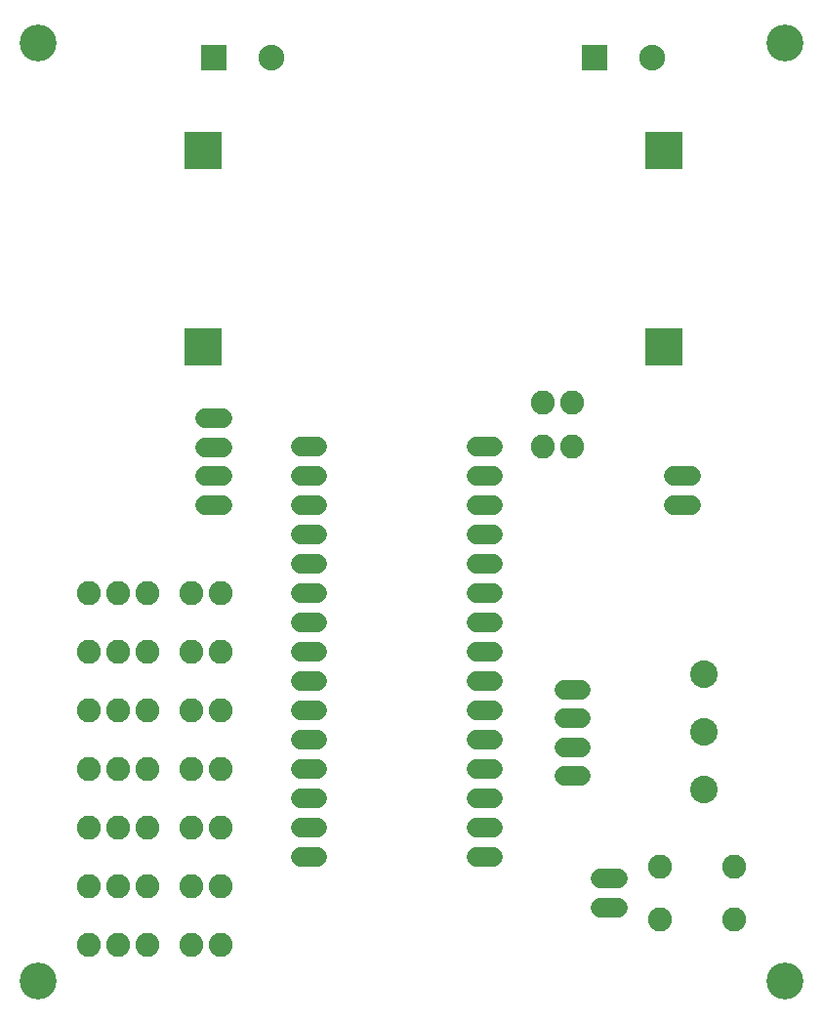
<source format=gbr>
G04 EAGLE Gerber X2 export*
%TF.Part,Single*%
%TF.FileFunction,Soldermask,Top,1*%
%TF.FilePolarity,Negative*%
%TF.GenerationSoftware,Autodesk,EAGLE,8.6.3*%
%TF.CreationDate,2018-11-13T19:06:48Z*%
G75*
%MOMM*%
%FSLAX34Y34*%
%LPD*%
%AMOC8*
5,1,8,0,0,1.08239X$1,22.5*%
G01*
%ADD10C,3.203200*%
%ADD11C,1.711200*%
%ADD12C,2.082800*%
%ADD13R,2.235200X2.235200*%
%ADD14C,2.235200*%
%ADD15R,3.203200X3.203200*%
%ADD16C,2.387600*%


D10*
X38100Y38100D03*
X685800Y38100D03*
X685800Y850900D03*
X38100Y850900D03*
D11*
X265510Y323850D02*
X280590Y323850D01*
X417910Y323850D02*
X432990Y323850D01*
X432990Y298450D02*
X417910Y298450D01*
X417910Y273050D02*
X432990Y273050D01*
X432990Y247650D02*
X417910Y247650D01*
X417910Y222250D02*
X432990Y222250D01*
X432990Y196850D02*
X417910Y196850D01*
X417910Y171450D02*
X432990Y171450D01*
X432990Y146050D02*
X417910Y146050D01*
X280590Y146050D02*
X265510Y146050D01*
X265510Y171450D02*
X280590Y171450D01*
X280590Y196850D02*
X265510Y196850D01*
X265510Y222250D02*
X280590Y222250D01*
X280590Y247650D02*
X265510Y247650D01*
X265510Y273050D02*
X280590Y273050D01*
X280590Y298450D02*
X265510Y298450D01*
X265510Y349250D02*
X280590Y349250D01*
X280590Y374650D02*
X265510Y374650D01*
X265510Y400050D02*
X280590Y400050D01*
X280590Y425450D02*
X265510Y425450D01*
X265510Y450850D02*
X280590Y450850D01*
X280590Y476250D02*
X265510Y476250D01*
X265510Y501650D02*
X280590Y501650D01*
X417910Y501650D02*
X432990Y501650D01*
X432990Y476250D02*
X417910Y476250D01*
X417910Y450850D02*
X432990Y450850D01*
X432990Y425450D02*
X417910Y425450D01*
X417910Y400050D02*
X432990Y400050D01*
X432990Y374650D02*
X417910Y374650D01*
X417910Y349250D02*
X432990Y349250D01*
D12*
X476250Y501650D03*
X501650Y501650D03*
D11*
X509190Y215900D02*
X494110Y215900D01*
X494110Y240900D02*
X509190Y240900D01*
X509190Y265900D02*
X494110Y265900D01*
X494110Y290900D02*
X509190Y290900D01*
X198040Y450850D02*
X182960Y450850D01*
X182960Y475850D02*
X198040Y475850D01*
X198040Y500850D02*
X182960Y500850D01*
X182960Y525850D02*
X198040Y525850D01*
D13*
X520700Y838200D03*
D14*
X570700Y838200D03*
D12*
X133350Y374650D03*
X107950Y374650D03*
X82550Y374650D03*
D15*
X581000Y588100D03*
X581000Y758100D03*
X181000Y588100D03*
X181000Y758100D03*
D12*
X171450Y374650D03*
X196850Y374650D03*
X133350Y323850D03*
X107950Y323850D03*
X82550Y323850D03*
X171450Y323850D03*
X196850Y323850D03*
X133350Y273050D03*
X107950Y273050D03*
X82550Y273050D03*
X171450Y273050D03*
X196850Y273050D03*
X133350Y120650D03*
X107950Y120650D03*
X82550Y120650D03*
X171450Y120650D03*
X196850Y120650D03*
X133350Y222250D03*
X107950Y222250D03*
X82550Y222250D03*
X171450Y222250D03*
X196850Y222250D03*
X133350Y171450D03*
X107950Y171450D03*
X82550Y171450D03*
X171450Y171450D03*
X196850Y171450D03*
X133350Y69850D03*
X107950Y69850D03*
X82550Y69850D03*
X171450Y69850D03*
X196850Y69850D03*
D16*
X615950Y204000D03*
X615950Y254000D03*
X615950Y304000D03*
D12*
X642112Y91694D03*
X577088Y91694D03*
X642112Y136906D03*
X577088Y136906D03*
D13*
X190500Y838200D03*
D14*
X240500Y838200D03*
D12*
X501650Y539750D03*
X476250Y539750D03*
D11*
X589360Y450850D02*
X604440Y450850D01*
X604440Y475850D02*
X589360Y475850D01*
X540940Y127000D02*
X525860Y127000D01*
X525860Y102000D02*
X540940Y102000D01*
M02*

</source>
